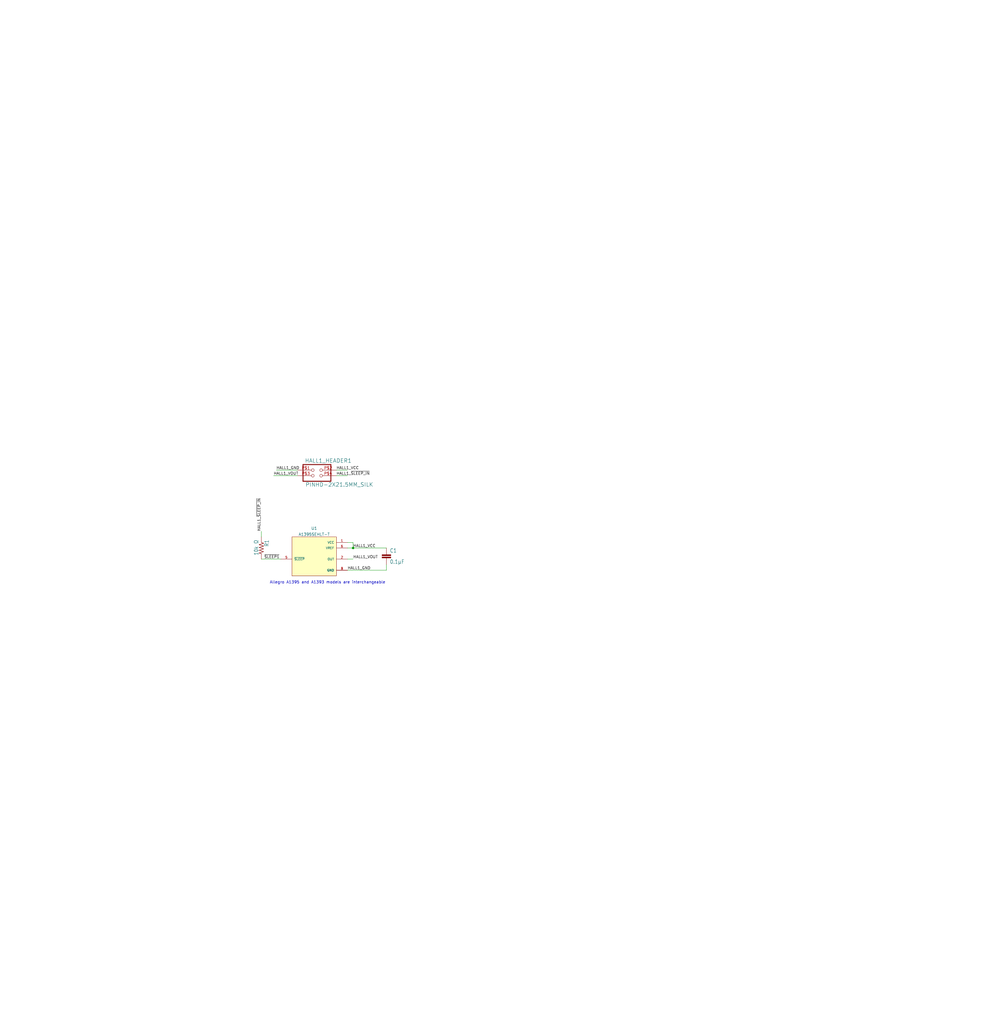
<source format=kicad_sch>
(kicad_sch (version 20211123) (generator eeschema)
  (paper "User" 452.679 467.563)
  (lib_symbols
    (symbol "A1395SEHLT-T:A1395SEHLT-T" (pin_names (offset 1.016))
      (property "Reference" "U" (at -10.16 8.382 0))
      (property "Value" "A1395SEHLT-T" (at -10.16 -12.7 0))
      (symbol "A1395SEHLT-T_0_0"
        (rectangle (start -10.16 -10.16) (end 10.16 7.62) (stroke (width 0.1524)) (fill (type background)))
        (pin power_in line (at 15.24 5.08 180) (length 5.08) (name "VCC") (number "1"))
        (pin output line (at 15.24 -2.54 180) (length 5.08) (name "OUT") (number "2"))
        (pin power_in line (at 15.24 -7.62 180) (length 5.08) (name "GND") (number "3"))
        (pin power_in line (at 15.24 -7.62 180) (length 5.08) (name "GND") (number "4"))
        (pin input line (at -15.24 -2.54 0) (length 5.08) (name "~{SLEEP}") (number "5"))
        (pin power_in line (at 15.24 2.54 180) (length 5.08) (name "VREF") (number "6"))
      )
    )
    (symbol "MusselGapeTracker_RevE-eagle-import:CAP0603"
      (property "Reference" "C" (at 1.524 2.921 0))
      (property "Value" "CAP0603" (at 1.524 -2.159 0))
      (symbol "CAP0603_1_0"
        (rectangle (start -2.032 0.508) (end 2.032 1.016) (fill (type outline)))
        (rectangle (start -2.032 1.524) (end 2.032 2.032) (fill (type outline)))
        (polyline (pts (xy 0 0) (xy 0 0.508)) (stroke (width 0.1524)))
        (polyline (pts (xy 0 2.54) (xy 0 2.032)) (stroke (width 0.1524)))
        (pin passive line (at 0 5.08 270) (length 2.54) (name "1") (number "1"))
        (pin passive line (at 0 -2.54 90) (length 2.54) (name "2") (number "2"))
      )
    )
    (symbol "MusselGapeTracker_RevE-eagle-import:PINHD-2X21.5MM_SILK"
      (property "Value" "PINHD-2X21.5MM_SILK" (at -4.064 -5.08 0))
      (symbol "PINHD-2X21.5MM_SILK_1_0"
        (polyline (pts (xy -5.08 -2.54) (xy 7.62 -2.54)) (stroke (width 0.4064)))
        (polyline (pts (xy -5.08 5.08) (xy -5.08 -2.54)) (stroke (width 0.4064)))
        (polyline (pts (xy 7.62 -2.54) (xy 7.62 5.08)) (stroke (width 0.4064)))
        (polyline (pts (xy 7.62 5.08) (xy -5.08 5.08)) (stroke (width 0.4064)))
        (pin passive inverted (at -7.62 2.54 0) (length 7.62) (name "1") (number "P$1"))
        (pin passive inverted (at 10.16 2.54 180) (length 7.62) (name "2") (number "P$2"))
        (pin passive inverted (at -7.62 0 0) (length 7.62) (name "3") (number "P$3"))
        (pin passive inverted (at 10.16 0 180) (length 7.62) (name "4") (number "P$4"))
      )
    )
    (symbol "MusselGapeTracker_RevE-eagle-import:RESISTOR_SMDR0603"
      (property "Reference" "R" (at -3.81 1.4986 0))
      (property "Value" "RESISTOR_SMDR0603" (at -3.81 -3.302 0))
      (symbol "RESISTOR_SMDR0603_1_0"
        (polyline (pts (xy -2.54 0) (xy -2.159 1.016)) (stroke (width 0.2032)))
        (polyline (pts (xy -2.159 1.016) (xy -1.524 -1.016)) (stroke (width 0.2032)))
        (polyline (pts (xy -1.524 -1.016) (xy -0.889 1.016)) (stroke (width 0.2032)))
        (polyline (pts (xy -0.889 1.016) (xy -0.254 -1.016)) (stroke (width 0.2032)))
        (polyline (pts (xy -0.254 -1.016) (xy 0.381 1.016)) (stroke (width 0.2032)))
        (polyline (pts (xy 0.381 1.016) (xy 1.016 -1.016)) (stroke (width 0.2032)))
        (polyline (pts (xy 1.016 -1.016) (xy 1.651 1.016)) (stroke (width 0.2032)))
        (polyline (pts (xy 1.651 1.016) (xy 2.286 -1.016)) (stroke (width 0.2032)))
        (polyline (pts (xy 2.286 -1.016) (xy 2.54 0)) (stroke (width 0.2032)))
        (pin passive line (at -5.08 0 0) (length 2.54) (name "1") (number "1"))
        (pin passive line (at 5.08 0 180) (length 2.54) (name "2") (number "2"))
      )
    )
  )
  (junction (at 161.29 250.19))
  (wire (pts (xy 161.29 250.19) (xy 176.53 250.19)))
  (wire (pts (xy 158.75 260.35) (xy 176.53 260.35)))
  (wire (pts (xy 176.53 260.35) (xy 176.53 257.81)))
  (wire (pts (xy 153.67 217.17) (xy 158.75 217.17)))
  (wire (pts (xy 158.75 255.27) (xy 161.29 255.27)))
  (wire (pts (xy 126.238 214.63) (xy 135.89 214.63)))
  (wire (pts (xy 124.968 217.17) (xy 135.89 217.17)))
  (wire (pts (xy 153.67 214.63) (xy 158.75 214.63)))
  (wire (pts (xy 161.29 247.65) (xy 161.29 250.19)))
  (wire (pts (xy 158.75 250.19) (xy 161.29 250.19)))
  (wire (pts (xy 119.38 242.57) (xy 119.38 245.11)))
  (wire (pts (xy 119.38 255.27) (xy 128.27 255.27)))
  (wire (pts (xy 158.75 247.65) (xy 161.29 247.65)))
  (text "Allegro A1395 and A1393 models are interchangeable" (at 123.19 266.7 0) (effects (font (size 1.27 1.27)) (justify left bottom)))
  (label "HALL1_VCC" (at 161.29 250.19 0) (effects (font (size 1.2446 1.2446))))
  (label "HALL1_VOUT" (at 161.29 255.27 0) (effects (font (size 1.2446 1.2446))))
  (label "HALL1_GND" (at 126.238 214.63 0) (effects (font (size 1.2446 1.2446))))
  (label "HALL1_~{SLEEP_IN}" (at 153.67 217.17 0) (effects (font (size 1.2446 1.2446))))
  (label "HALL1_~{SLEEP_IN}" (at 119.38 242.57 90) (effects (font (size 1.2446 1.2446))))
  (label "~{SLEEP1}" (at 120.65 255.27 0) (effects (font (size 1.2446 1.2446))))
  (label "HALL1_GND" (at 158.75 260.35 0) (effects (font (size 1.2446 1.2446))))
  (label "HALL1_VOUT" (at 124.968 217.17 0) (effects (font (size 1.2446 1.2446))))
  (label "HALL1_VCC" (at 153.67 214.63 0) (effects (font (size 1.2446 1.2446))))
  (symbol (lib_id "A1395SEHLT-T:A1395SEHLT-T") (at 143.51 252.73 0) (unit 1)
    (property "Reference" "U1" (at 143.51 241.1943 0))
    (property "Value" "A1395SEHLT-T" (at 143.51 243.9694 0))
    (property "Footprint" "A1395SEHLT-T:SENSOR_A1395SEHLT-T" (effects hide))
    (property "MANUFACTURER" "Allegro Microsystems" (effects hide))
    (property "STANDARD" "Manufacturer Recommendation" (effects hide))
    (property "PARTREV" "7" (effects hide))
  )
  (symbol (lib_id "MusselGapeTracker_RevE-eagle-import:CAP0603") (at 176.53 255.27 0) (unit 1)
    (property "Reference" "C1" (at 178.054 252.349 0) (effects (font (size 1.778 1.5113)) (justify left bottom)))
    (property "Value" "0.1µF" (at 178.054 257.429 0) (effects (font (size 1.778 1.5113)) (justify left bottom)))
    (property "Footprint" "Capacitor_SMD:C_0603_1608Metric" (effects hide))
  )
  (symbol (lib_id "MusselGapeTracker_RevE-eagle-import:PINHD-2X21.5MM_SILK") (at 143.51 217.17 0) (unit 1)
    (property "Reference" "HALL1_HEADER1" (at 139.192 211.328 0) (effects (font (size 1.778 1.778)) (justify left bottom)))
    (property "Value" "PINHD-2X21.5MM_SILK" (at 139.446 222.25 0) (effects (font (size 1.778 1.778)) (justify left bottom)))
    (property "Footprint" "MusselGapeTracker_RevE:2X2_1.5MM" (effects hide))
  )
  (symbol (lib_id "MusselGapeTracker_RevE-eagle-import:RESISTOR_SMDR0603") (at 119.38 250.19 270) (unit 1)
    (property "Reference" "R1" (at 120.8786 246.38 0) (effects (font (size 1.778 1.5113)) (justify left bottom)))
    (property "Value" "10k Ω" (at 116.078 246.38 0) (effects (font (size 1.778 1.5113)) (justify left bottom)))
    (property "Footprint" "Resistor_SMD:R_0603_1608Metric" (effects hide))
  )
)
</source>
